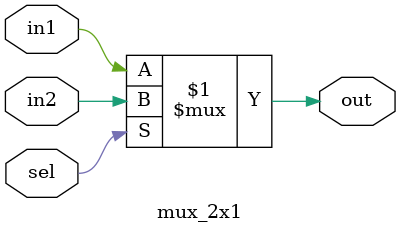
<source format=v>
module mux_2x1 (in1,in2,sel,out);

input  in1,in2;
input  sel;
output out;
 
assign out=sel?in2:in1; 

endmodule  
</source>
